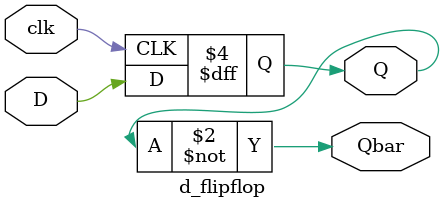
<source format=v>
module d_flipflop(
    input D,
    input clk,    
    output reg Q,
    output Qbar
);
    initial Q = 0;      

    always @(posedge clk) begin
        Q <= D;         
    end

    assign Qbar = ~Q;
endmodule

</source>
